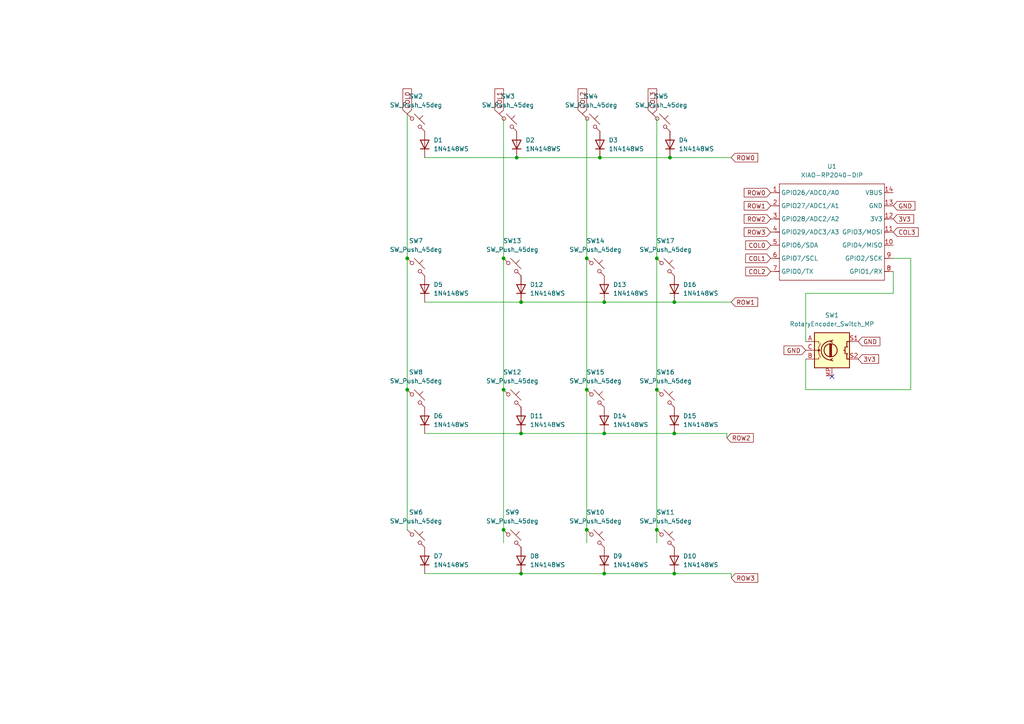
<source format=kicad_sch>
(kicad_sch (version 20250114) (generator "eeschema") (generator_version "9.0")
  (paper "A4")
  (lib_symbols
    (symbol "Device:RotaryEncoder_Switch_MP" (pin_names (offset 0.254) (hide yes))
      (property "Reference" "SW" (at 0 8.89 0))
      (property "Value" "RotaryEncoder_Switch_MP" (at 0 6.35 0))
      (symbol "RotaryEncoder_Switch_MP_0_1"
        (rectangle (start -5.08 5.08) (end 5.08 -5.08) (stroke (width 0.254)) (fill (type background)))
        (polyline (pts (xy -5.08 2.54) (xy -3.81 2.54) (xy -3.81 2.032)))
        (polyline (pts (xy -5.08 0) (xy -3.81 0) (xy -3.81 -1.016) (xy -3.302 -2.032)))
        (polyline (pts (xy -5.08 -2.54) (xy -3.81 -2.54) (xy -3.81 -2.032)))
        (polyline (pts (xy -4.318 0) (xy -3.81 0) (xy -3.81 1.016) (xy -3.302 2.032)))
        (circle (center -3.81 0) (radius 0.254) (fill (type outline)))
        (polyline (pts (xy -0.635 -1.778) (xy -0.635 1.778)) (stroke (width 0.254)))
        (circle (center -0.381 0) (radius 1.905) (stroke (width 0.254)))
        (polyline (pts (xy -0.381 -1.778) (xy -0.381 1.778)) (stroke (width 0.254)))
        (arc (start -0.381 -2.794) (mid -3.0988 -0.0635) (end -0.381 2.667) (stroke (width 0.254)))
        (polyline (pts (xy -0.127 1.778) (xy -0.127 -1.778)) (stroke (width 0.254)))
        (polyline (pts (xy 0.254 2.921) (xy -0.508 2.667) (xy 0.127 2.286)) (stroke (width 0.254)))
        (polyline (pts (xy 0.254 -3.048) (xy -0.508 -2.794) (xy 0.127 -2.413)) (stroke (width 0.254)))
        (polyline (pts (xy 3.81 1.016) (xy 3.81 -1.016)) (stroke (width 0.254)))
        (polyline (pts (xy 3.81 0) (xy 3.429 0)) (stroke (width 0.254)))
        (circle (center 4.318 1.016) (radius 0.127) (stroke (width 0.254)))
        (circle (center 4.318 -1.016) (radius 0.127) (stroke (width 0.254)))
        (polyline (pts (xy 5.08 2.54) (xy 4.318 2.54) (xy 4.318 1.016)) (stroke (width 0.254)))
        (polyline (pts (xy 5.08 -2.54) (xy 4.318 -2.54) (xy 4.318 -1.016)) (stroke (width 0.254)))
      )
      (symbol "RotaryEncoder_Switch_MP_1_1"
        (pin passive line (at -7.62 2.54 0) (length 2.54) (name "A") (number "A"))
        (pin passive line (at -7.62 0 0) (length 2.54) (name "C") (number "C"))
        (pin passive line (at -7.62 -2.54 0) (length 2.54) (name "B") (number "B"))
        (pin passive line (at 0 -7.62 90) (length 2.54) (name "MP") (number "MP"))
        (pin passive line (at 7.62 2.54 180) (length 2.54) (name "S1") (number "S1"))
        (pin passive line (at 7.62 -2.54 180) (length 2.54) (name "S2") (number "S2"))
      )
    )
    (symbol "Diode:1N4148WS" (pin_numbers (hide yes)) (pin_names (hide yes))
      (property "Reference" "D" (at 0 2.54 0))
      (property "Value" "1N4148WS" (at 0 -2.54 0))
      (symbol "1N4148WS_0_1"
        (polyline (pts (xy -1.27 1.27) (xy -1.27 -1.27)) (stroke (width 0.254)))
        (polyline (pts (xy 1.27 1.27) (xy 1.27 -1.27) (xy -1.27 0) (xy 1.27 1.27)) (stroke (width 0.254)))
        (polyline (pts (xy 1.27 0) (xy -1.27 0)))
      )
      (symbol "1N4148WS_1_1"
        (pin passive line (at -3.81 0 0) (length 2.54) (name "K") (number "1"))
        (pin passive line (at 3.81 0 180) (length 2.54) (name "A") (number "2"))
      )
    )
    (symbol "Seeed_Studio_XIAO_Series:XIAO-RP2040-DIP"
      (property "Reference" "U" (at 0 0 0))
      (property "Value" "XIAO-RP2040-DIP" (at 5.334 -1.778 0))
      (symbol "XIAO-RP2040-DIP_1_0"
        (polyline (pts (xy -1.27 -2.54) (xy 29.21 -2.54)) (stroke (width 0.1524)))
        (polyline (pts (xy -1.27 -5.08) (xy -2.54 -5.08)) (stroke (width 0.1524)))
        (polyline (pts (xy -1.27 -5.08) (xy -1.27 -2.54)) (stroke (width 0.1524)))
        (polyline (pts (xy -1.27 -8.89) (xy -2.54 -8.89)) (stroke (width 0.1524)))
        (polyline (pts (xy -1.27 -8.89) (xy -1.27 -5.08)) (stroke (width 0.1524)))
        (polyline (pts (xy -1.27 -12.7) (xy -2.54 -12.7)) (stroke (width 0.1524)))
        (polyline (pts (xy -1.27 -12.7) (xy -1.27 -8.89)) (stroke (width 0.1524)))
        (polyline (pts (xy -1.27 -16.51) (xy -2.54 -16.51)) (stroke (width 0.1524)))
        (polyline (pts (xy -1.27 -16.51) (xy -1.27 -12.7)) (stroke (width 0.1524)))
        (polyline (pts (xy -1.27 -20.32) (xy -2.54 -20.32)) (stroke (width 0.1524)))
        (polyline (pts (xy -1.27 -24.13) (xy -2.54 -24.13)) (stroke (width 0.1524)))
        (polyline (pts (xy -1.27 -27.94) (xy -2.54 -27.94)) (stroke (width 0.1524)))
        (polyline (pts (xy -1.27 -30.48) (xy -1.27 -16.51)) (stroke (width 0.1524)))
        (polyline (pts (xy 29.21 -2.54) (xy 29.21 -5.08)) (stroke (width 0.1524)))
        (polyline (pts (xy 29.21 -5.08) (xy 29.21 -8.89)) (stroke (width 0.1524)))
        (polyline (pts (xy 29.21 -8.89) (xy 29.21 -12.7)) (stroke (width 0.1524)))
        (polyline (pts (xy 29.21 -12.7) (xy 29.21 -30.48)) (stroke (width 0.1524)))
        (polyline (pts (xy 29.21 -30.48) (xy -1.27 -30.48)) (stroke (width 0.1524)))
        (polyline (pts (xy 30.48 -5.08) (xy 29.21 -5.08)) (stroke (width 0.1524)))
        (polyline (pts (xy 30.48 -8.89) (xy 29.21 -8.89)) (stroke (width 0.1524)))
        (polyline (pts (xy 30.48 -12.7) (xy 29.21 -12.7)) (stroke (width 0.1524)))
        (polyline (pts (xy 30.48 -16.51) (xy 29.21 -16.51)) (stroke (width 0.1524)))
        (polyline (pts (xy 30.48 -20.32) (xy 29.21 -20.32)) (stroke (width 0.1524)))
        (polyline (pts (xy 30.48 -24.13) (xy 29.21 -24.13)) (stroke (width 0.1524)))
        (polyline (pts (xy 30.48 -27.94) (xy 29.21 -27.94)) (stroke (width 0.1524)))
        (pin passive line (at -3.81 -5.08 0) (length 2.54) (name "GPIO26/ADC0/A0") (number "1"))
        (pin passive line (at -3.81 -8.89 0) (length 2.54) (name "GPIO27/ADC1/A1") (number "2"))
        (pin passive line (at -3.81 -12.7 0) (length 2.54) (name "GPIO28/ADC2/A2") (number "3"))
        (pin passive line (at -3.81 -16.51 0) (length 2.54) (name "GPIO29/ADC3/A3") (number "4"))
        (pin passive line (at -3.81 -20.32 0) (length 2.54) (name "GPIO6/SDA") (number "5"))
        (pin passive line (at -3.81 -24.13 0) (length 2.54) (name "GPIO7/SCL") (number "6"))
        (pin passive line (at -3.81 -27.94 0) (length 2.54) (name "GPIO0/TX") (number "7"))
        (pin passive line (at 31.75 -5.08 180) (length 2.54) (name "VBUS") (number "14"))
        (pin passive line (at 31.75 -8.89 180) (length 2.54) (name "GND") (number "13"))
        (pin passive line (at 31.75 -12.7 180) (length 2.54) (name "3V3") (number "12"))
        (pin passive line (at 31.75 -16.51 180) (length 2.54) (name "GPIO3/MOSI") (number "11"))
        (pin passive line (at 31.75 -20.32 180) (length 2.54) (name "GPIO4/MISO") (number "10"))
        (pin passive line (at 31.75 -24.13 180) (length 2.54) (name "GPIO2/SCK") (number "9"))
        (pin passive line (at 31.75 -27.94 180) (length 2.54) (name "GPIO1/RX") (number "8"))
      )
    )
    (symbol "Switch:SW_Push_45deg" (pin_numbers (hide yes)) (pin_names (offset 1.016) (hide yes))
      (property "Reference" "SW" (at 3.048 1.016 0))
      (property "Value" "SW_Push_45deg" (at 0 -3.81 0))
      (symbol "SW_Push_45deg_0_1"
        (polyline (pts (xy -2.54 2.54) (xy -1.524 1.524) (xy -1.524 1.524)))
        (circle (center -1.1684 1.1684) (radius 0.508))
        (polyline (pts (xy -0.508 2.54) (xy 2.54 -0.508)))
        (polyline (pts (xy 1.016 1.016) (xy 2.032 2.032)))
        (circle (center 1.143 -1.1938) (radius 0.508))
        (polyline (pts (xy 1.524 -1.524) (xy 2.54 -2.54) (xy 2.54 -2.54) (xy 2.54 -2.54)))
        (pin passive line (at -2.54 2.54 0) (length 0) (name "1") (number "1"))
        (pin passive line (at 2.54 -2.54 180) (length 0) (name "2") (number "2"))
      )
    )
  )
  (junction (at 146.05 153.67))
  (junction (at 146.05 74.93))
  (junction (at 170.18 74.93))
  (junction (at 173.99 45.72))
  (junction (at 170.18 113.03))
  (junction (at 151.13 166.37))
  (junction (at 151.13 125.73))
  (junction (at 190.5 153.67))
  (junction (at 118.11 74.93))
  (junction (at 118.11 113.03))
  (junction (at 170.18 153.67))
  (junction (at 195.58 166.37))
  (junction (at 175.26 125.73))
  (junction (at 175.26 166.37))
  (junction (at 195.58 125.73))
  (junction (at 149.86 45.72))
  (junction (at 190.5 74.93))
  (junction (at 190.5 113.03))
  (junction (at 195.58 87.63))
  (junction (at 146.05 113.03))
  (junction (at 175.26 87.63))
  (junction (at 194.31 45.72))
  (junction (at 151.13 87.63))
  (no_connect (at 241.3 109.22))
  (wire (pts (xy 233.68 113.03) (xy 264.16 113.03)))
  (wire (pts (xy 170.18 113.03) (xy 170.18 153.67)))
  (wire (pts (xy 190.5 74.93) (xy 190.5 113.03)))
  (wire (pts (xy 151.13 166.37) (xy 175.26 166.37)))
  (wire (pts (xy 151.13 125.73) (xy 175.26 125.73)))
  (wire (pts (xy 190.5 34.29) (xy 190.5 74.93)))
  (wire (pts (xy 123.19 87.63) (xy 151.13 87.63)))
  (wire (pts (xy 123.19 45.72) (xy 149.86 45.72)))
  (wire (pts (xy 123.19 166.37) (xy 151.13 166.37)))
  (wire (pts (xy 233.68 99.06) (xy 233.68 85.09)))
  (wire (pts (xy 210.82 125.73) (xy 210.82 127)))
  (wire (pts (xy 170.18 74.93) (xy 170.18 113.03)))
  (wire (pts (xy 175.26 125.73) (xy 195.58 125.73)))
  (wire (pts (xy 259.08 85.09) (xy 259.08 78.74)))
  (wire (pts (xy 146.05 113.03) (xy 146.05 153.67)))
  (wire (pts (xy 170.18 34.29) (xy 170.18 74.93)))
  (wire (pts (xy 195.58 166.37) (xy 212.09 166.37)))
  (wire (pts (xy 149.86 45.72) (xy 173.99 45.72)))
  (wire (pts (xy 195.58 125.73) (xy 210.82 125.73)))
  (wire (pts (xy 233.68 85.09) (xy 259.08 85.09)))
  (wire (pts (xy 212.09 166.37) (xy 212.09 167.64)))
  (wire (pts (xy 146.05 34.29) (xy 146.05 74.93)))
  (wire (pts (xy 190.5 153.67) (xy 190.5 157.48)))
  (wire (pts (xy 194.31 45.72) (xy 212.09 45.72)))
  (wire (pts (xy 175.26 87.63) (xy 195.58 87.63)))
  (wire (pts (xy 118.11 113.03) (xy 118.11 153.67)))
  (wire (pts (xy 259.08 74.93) (xy 264.16 74.93)))
  (wire (pts (xy 233.68 104.14) (xy 233.68 113.03)))
  (wire (pts (xy 118.11 33.02) (xy 118.11 74.93)))
  (wire (pts (xy 190.5 113.03) (xy 190.5 153.67)))
  (wire (pts (xy 123.19 125.73) (xy 151.13 125.73)))
  (wire (pts (xy 173.99 45.72) (xy 194.31 45.72)))
  (wire (pts (xy 175.26 166.37) (xy 195.58 166.37)))
  (wire (pts (xy 146.05 153.67) (xy 146.05 157.48)))
  (wire (pts (xy 195.58 87.63) (xy 212.09 87.63)))
  (wire (pts (xy 146.05 74.93) (xy 146.05 113.03)))
  (wire (pts (xy 264.16 113.03) (xy 264.16 74.93)))
  (wire (pts (xy 170.18 153.67) (xy 170.18 157.48)))
  (wire (pts (xy 151.13 87.63) (xy 175.26 87.63)))
  (wire (pts (xy 118.11 74.93) (xy 118.11 113.03)))
  (global_label "ROW2" (shape input) (at 210.82 127 0) (property "Intersheetrefs" "${INTERSHEET_REFS}" (effects (hide yes))))
  (global_label "COL0" (shape input) (at 223.52 71.12 180) (property "Intersheetrefs" "${INTERSHEET_REFS}" (effects (hide yes))))
  (global_label "ROW1" (shape input) (at 223.52 59.69 180) (property "Intersheetrefs" "${INTERSHEET_REFS}" (effects (hide yes))))
  (global_label "3V3" (shape input) (at 248.92 104.14 0) (property "Intersheetrefs" "${INTERSHEET_REFS}" (effects (hide yes))))
  (global_label "COL2" (shape input) (at 223.52 78.74 180) (property "Intersheetrefs" "${INTERSHEET_REFS}" (effects (hide yes))))
  (global_label "GND" (shape input) (at 259.08 59.69 0) (property "Intersheetrefs" "${INTERSHEET_REFS}" (effects (hide yes))))
  (global_label "COL2" (shape input) (at 168.91 33.02 90) (property "Intersheetrefs" "${INTERSHEET_REFS}" (effects (hide yes))))
  (global_label "COL1" (shape input) (at 144.78 33.02 90) (property "Intersheetrefs" "${INTERSHEET_REFS}" (effects (hide yes))))
  (global_label "GND" (shape input) (at 233.68 101.6 180) (property "Intersheetrefs" "${INTERSHEET_REFS}" (effects (hide yes))))
  (global_label "ROW3" (shape input) (at 223.52 67.31 180) (property "Intersheetrefs" "${INTERSHEET_REFS}" (effects (hide yes))))
  (global_label "ROW0" (shape input) (at 212.09 45.72 0) (property "Intersheetrefs" "${INTERSHEET_REFS}" (effects (hide yes))))
  (global_label "COL0" (shape input) (at 118.11 33.02 90) (property "Intersheetrefs" "${INTERSHEET_REFS}" (effects (hide yes))))
  (global_label "COL1" (shape input) (at 223.52 74.93 180) (property "Intersheetrefs" "${INTERSHEET_REFS}" (effects (hide yes))))
  (global_label "3V3" (shape input) (at 259.08 63.5 0) (property "Intersheetrefs" "${INTERSHEET_REFS}" (effects (hide yes))))
  (global_label "ROW0" (shape input) (at 223.52 55.88 180) (property "Intersheetrefs" "${INTERSHEET_REFS}" (effects (hide yes))))
  (global_label "GND" (shape input) (at 248.92 99.06 0) (property "Intersheetrefs" "${INTERSHEET_REFS}" (effects (hide yes))))
  (global_label "COL3" (shape input) (at 259.08 67.31 0) (property "Intersheetrefs" "${INTERSHEET_REFS}" (effects (hide yes))))
  (global_label "ROW3" (shape input) (at 212.09 167.64 0) (property "Intersheetrefs" "${INTERSHEET_REFS}" (effects (hide yes))))
  (global_label "COL3" (shape input) (at 189.23 33.02 90) (property "Intersheetrefs" "${INTERSHEET_REFS}" (effects (hide yes))))
  (global_label "ROW2" (shape input) (at 223.52 63.5 180) (property "Intersheetrefs" "${INTERSHEET_REFS}" (effects (hide yes))))
  (global_label "ROW1" (shape input) (at 212.09 87.63 0) (property "Intersheetrefs" "${INTERSHEET_REFS}" (effects (hide yes))))
  (symbol (lib_id "Diode:1N4148WS") (at 194.31 41.91 90) (unit 1)
    (property "Reference" "D4" (at 196.85 40.6399 90) (effects (justify right)))
    (property "Value" "1N4148WS" (at 196.85 43.1799 90) (effects (justify right)))
    (property "Footprint" "Diode_SMD:D_SOD-323" (effects (hide yes)))
    (property "Datasheet" "https://www.vishay.com/docs/85751/1n4148ws.pdf" (effects (hide yes)))
    (property "Description" "75V 0.15A Fast switching Diode, SOD-323" (effects (hide yes)))
    (property "Sim.Device" "D" (effects (hide yes)))
    (property "Sim.Pins" "1=K 2=A" (effects (hide yes)))
  )
  (symbol (lib_id "Diode:1N4148WS") (at 151.13 83.82 90) (unit 1)
    (property "Reference" "D12" (at 153.67 82.5499 90) (effects (justify right)))
    (property "Value" "1N4148WS" (at 153.67 85.0899 90) (effects (justify right)))
    (property "Footprint" "Diode_SMD:D_SOD-323" (effects (hide yes)))
    (property "Datasheet" "https://www.vishay.com/docs/85751/1n4148ws.pdf" (effects (hide yes)))
    (property "Description" "75V 0.15A Fast switching Diode, SOD-323" (effects (hide yes)))
    (property "Sim.Device" "D" (effects (hide yes)))
    (property "Sim.Pins" "1=K 2=A" (effects (hide yes)))
  )
  (symbol (lib_id "Switch:SW_Push_45deg") (at 148.59 156.21 0) (unit 1)
    (property "Reference" "SW9" (at 148.59 148.59 0))
    (property "Value" "SW_Push_45deg" (at 148.59 151.13 0))
    (property "Footprint" "Button_Switch_Keyboard:SW_Cherry_MX_1.00u_PCB" (effects (hide yes)))
    (property "Description" "Push button switch, normally open, two pins, 45° tilted" (effects (hide yes)))
  )
  (symbol (lib_id "Diode:1N4148WS") (at 151.13 121.92 90) (unit 1)
    (property "Reference" "D11" (at 153.67 120.6499 90) (effects (justify right)))
    (property "Value" "1N4148WS" (at 153.67 123.1899 90) (effects (justify right)))
    (property "Footprint" "Diode_SMD:D_SOD-323" (effects (hide yes)))
    (property "Datasheet" "https://www.vishay.com/docs/85751/1n4148ws.pdf" (effects (hide yes)))
    (property "Description" "75V 0.15A Fast switching Diode, SOD-323" (effects (hide yes)))
    (property "Sim.Device" "D" (effects (hide yes)))
    (property "Sim.Pins" "1=K 2=A" (effects (hide yes)))
  )
  (symbol (lib_id "Switch:SW_Push_45deg") (at 172.72 77.47 0) (unit 1)
    (property "Reference" "SW14" (at 172.72 69.85 0))
    (property "Value" "SW_Push_45deg" (at 172.72 72.39 0))
    (property "Footprint" "Button_Switch_Keyboard:SW_Cherry_MX_1.75u_PCB" (effects (hide yes)))
    (property "Description" "Push button switch, normally open, two pins, 45° tilted" (effects (hide yes)))
  )
  (symbol (lib_id "Diode:1N4148WS") (at 175.26 121.92 90) (unit 1)
    (property "Reference" "D14" (at 177.8 120.6499 90) (effects (justify right)))
    (property "Value" "1N4148WS" (at 177.8 123.1899 90) (effects (justify right)))
    (property "Footprint" "Diode_SMD:D_SOD-323" (effects (hide yes)))
    (property "Datasheet" "https://www.vishay.com/docs/85751/1n4148ws.pdf" (effects (hide yes)))
    (property "Description" "75V 0.15A Fast switching Diode, SOD-323" (effects (hide yes)))
    (property "Sim.Device" "D" (effects (hide yes)))
    (property "Sim.Pins" "1=K 2=A" (effects (hide yes)))
  )
  (symbol (lib_id "Diode:1N4148WS") (at 173.99 41.91 90) (unit 1)
    (property "Reference" "D3" (at 176.53 40.6399 90) (effects (justify right)))
    (property "Value" "1N4148WS" (at 176.53 43.1799 90) (effects (justify right)))
    (property "Footprint" "Diode_SMD:D_SOD-323" (effects (hide yes)))
    (property "Datasheet" "https://www.vishay.com/docs/85751/1n4148ws.pdf" (effects (hide yes)))
    (property "Description" "75V 0.15A Fast switching Diode, SOD-323" (effects (hide yes)))
    (property "Sim.Device" "D" (effects (hide yes)))
    (property "Sim.Pins" "1=K 2=A" (effects (hide yes)))
  )
  (symbol (lib_id "Switch:SW_Push_45deg") (at 147.32 35.56 0) (unit 1)
    (property "Reference" "SW3" (at 147.32 27.94 0))
    (property "Value" "SW_Push_45deg" (at 147.32 30.48 0))
    (property "Footprint" "Button_Switch_Keyboard:SW_Cherry_MX_2.25u_PCB" (effects (hide yes)))
    (property "Description" "Push button switch, normally open, two pins, 45° tilted" (effects (hide yes)))
  )
  (symbol (lib_id "Switch:SW_Push_45deg") (at 148.59 115.57 0) (unit 1)
    (property "Reference" "SW12" (at 148.59 107.95 0))
    (property "Value" "SW_Push_45deg" (at 148.59 110.49 0))
    (property "Footprint" "Button_Switch_Keyboard:SW_Cherry_MX_1.00u_PCB" (effects (hide yes)))
    (property "Description" "Push button switch, normally open, two pins, 45° tilted" (effects (hide yes)))
  )
  (symbol (lib_id "Diode:1N4148WS") (at 123.19 83.82 90) (unit 1)
    (property "Reference" "D5" (at 125.73 82.5499 90) (effects (justify right)))
    (property "Value" "1N4148WS" (at 125.73 85.0899 90) (effects (justify right)))
    (property "Footprint" "Diode_SMD:D_SOD-323" (effects (hide yes)))
    (property "Datasheet" "https://www.vishay.com/docs/85751/1n4148ws.pdf" (effects (hide yes)))
    (property "Description" "75V 0.15A Fast switching Diode, SOD-323" (effects (hide yes)))
    (property "Sim.Device" "D" (effects (hide yes)))
    (property "Sim.Pins" "1=K 2=A" (effects (hide yes)))
  )
  (symbol (lib_id "Diode:1N4148WS") (at 123.19 41.91 90) (unit 1)
    (property "Reference" "D1" (at 125.73 40.6399 90) (effects (justify right)))
    (property "Value" "1N4148WS" (at 125.73 43.1799 90) (effects (justify right)))
    (property "Footprint" "Diode_SMD:D_SOD-323" (effects (hide yes)))
    (property "Datasheet" "https://www.vishay.com/docs/85751/1n4148ws.pdf" (effects (hide yes)))
    (property "Description" "75V 0.15A Fast switching Diode, SOD-323" (effects (hide yes)))
    (property "Sim.Device" "D" (effects (hide yes)))
    (property "Sim.Pins" "1=K 2=A" (effects (hide yes)))
  )
  (symbol (lib_id "Seeed_Studio_XIAO_Series:XIAO-RP2040-DIP") (at 227.33 50.8 0) (unit 1)
    (property "Reference" "U1" (at 241.3 48.26 0))
    (property "Value" "XIAO-RP2040-DIP" (at 241.3 50.8 0))
    (property "Footprint" "Seeed Studio XIAO Series Library:XIAO-RP2040-DIP" (effects (hide yes)))
  )
  (symbol (lib_id "Switch:SW_Push_45deg") (at 171.45 35.56 0) (unit 1)
    (property "Reference" "SW4" (at 171.45 27.94 0))
    (property "Value" "SW_Push_45deg" (at 171.45 30.48 0))
    (property "Footprint" "Button_Switch_Keyboard:SW_Cherry_MX_1.00u_PCB" (effects (hide yes)))
    (property "Description" "Push button switch, normally open, two pins, 45° tilted" (effects (hide yes)))
  )
  (symbol (lib_id "Switch:SW_Push_45deg") (at 120.65 35.56 0) (unit 1)
    (property "Reference" "SW2" (at 120.65 27.94 0))
    (property "Value" "SW_Push_45deg" (at 120.65 30.48 0))
    (property "Footprint" "Button_Switch_Keyboard:SW_Cherry_MX_2.25u_PCB" (effects (hide yes)))
    (property "Description" "Push button switch, normally open, two pins, 45° tilted" (effects (hide yes)))
  )
  (symbol (lib_id "Switch:SW_Push_45deg") (at 193.04 77.47 0) (unit 1)
    (property "Reference" "SW17" (at 193.04 69.85 0))
    (property "Value" "SW_Push_45deg" (at 193.04 72.39 0))
    (property "Footprint" "Button_Switch_Keyboard:SW_Cherry_MX_1.00u_PCB" (effects (hide yes)))
    (property "Description" "Push button switch, normally open, two pins, 45° tilted" (effects (hide yes)))
  )
  (symbol (lib_id "Switch:SW_Push_45deg") (at 148.59 77.47 0) (unit 1)
    (property "Reference" "SW13" (at 148.59 69.85 0))
    (property "Value" "SW_Push_45deg" (at 148.59 72.39 0))
    (property "Footprint" "Button_Switch_Keyboard:SW_Cherry_MX_1.00u_PCB" (effects (hide yes)))
    (property "Description" "Push button switch, normally open, two pins, 45° tilted" (effects (hide yes)))
  )
  (symbol (lib_id "Diode:1N4148WS") (at 195.58 83.82 90) (unit 1)
    (property "Reference" "D16" (at 198.12 82.5499 90) (effects (justify right)))
    (property "Value" "1N4148WS" (at 198.12 85.0899 90) (effects (justify right)))
    (property "Footprint" "Diode_SMD:D_SOD-323" (effects (hide yes)))
    (property "Datasheet" "https://www.vishay.com/docs/85751/1n4148ws.pdf" (effects (hide yes)))
    (property "Description" "75V 0.15A Fast switching Diode, SOD-323" (effects (hide yes)))
    (property "Sim.Device" "D" (effects (hide yes)))
    (property "Sim.Pins" "1=K 2=A" (effects (hide yes)))
  )
  (symbol (lib_id "Switch:SW_Push_45deg") (at 191.77 35.56 0) (unit 1)
    (property "Reference" "SW5" (at 191.77 27.94 0))
    (property "Value" "SW_Push_45deg" (at 191.77 30.48 0))
    (property "Footprint" "Button_Switch_Keyboard:SW_Cherry_MX_1.00u_PCB" (effects (hide yes)))
    (property "Description" "Push button switch, normally open, two pins, 45° tilted" (effects (hide yes)))
  )
  (symbol (lib_id "Switch:SW_Push_45deg") (at 172.72 156.21 0) (unit 1)
    (property "Reference" "SW10" (at 172.72 148.59 0))
    (property "Value" "SW_Push_45deg" (at 172.72 151.13 0))
    (property "Footprint" "Button_Switch_Keyboard:SW_Cherry_MX_1.00u_PCB" (effects (hide yes)))
    (property "Description" "Push button switch, normally open, two pins, 45° tilted" (effects (hide yes)))
  )
  (symbol (lib_id "Diode:1N4148WS") (at 195.58 162.56 90) (unit 1)
    (property "Reference" "D10" (at 198.12 161.2899 90) (effects (justify right)))
    (property "Value" "1N4148WS" (at 198.12 163.8299 90) (effects (justify right)))
    (property "Footprint" "Diode_SMD:D_SOD-323" (effects (hide yes)))
    (property "Datasheet" "https://www.vishay.com/docs/85751/1n4148ws.pdf" (effects (hide yes)))
    (property "Description" "75V 0.15A Fast switching Diode, SOD-323" (effects (hide yes)))
    (property "Sim.Device" "D" (effects (hide yes)))
    (property "Sim.Pins" "1=K 2=A" (effects (hide yes)))
  )
  (symbol (lib_id "Switch:SW_Push_45deg") (at 120.65 115.57 0) (unit 1)
    (property "Reference" "SW8" (at 120.65 107.95 0))
    (property "Value" "SW_Push_45deg" (at 120.65 110.49 0))
    (property "Footprint" "Button_Switch_Keyboard:SW_Cherry_MX_1.00u_PCB" (effects (hide yes)))
    (property "Description" "Push button switch, normally open, two pins, 45° tilted" (effects (hide yes)))
  )
  (symbol (lib_id "Switch:SW_Push_45deg") (at 120.65 77.47 0) (unit 1)
    (property "Reference" "SW7" (at 120.65 69.85 0))
    (property "Value" "SW_Push_45deg" (at 120.65 72.39 0))
    (property "Footprint" "Button_Switch_Keyboard:SW_Cherry_MX_1.00u_PCB" (effects (hide yes)))
    (property "Description" "Push button switch, normally open, two pins, 45° tilted" (effects (hide yes)))
  )
  (symbol (lib_id "Diode:1N4148WS") (at 175.26 162.56 90) (unit 1)
    (property "Reference" "D9" (at 177.8 161.2899 90) (effects (justify right)))
    (property "Value" "1N4148WS" (at 177.8 163.8299 90) (effects (justify right)))
    (property "Footprint" "Diode_SMD:D_SOD-323" (effects (hide yes)))
    (property "Datasheet" "https://www.vishay.com/docs/85751/1n4148ws.pdf" (effects (hide yes)))
    (property "Description" "75V 0.15A Fast switching Diode, SOD-323" (effects (hide yes)))
    (property "Sim.Device" "D" (effects (hide yes)))
    (property "Sim.Pins" "1=K 2=A" (effects (hide yes)))
  )
  (symbol (lib_id "Switch:SW_Push_45deg") (at 172.72 115.57 0) (unit 1)
    (property "Reference" "SW15" (at 172.72 107.95 0))
    (property "Value" "SW_Push_45deg" (at 172.72 110.49 0))
    (property "Footprint" "Button_Switch_Keyboard:SW_Cherry_MX_1.00u_PCB" (effects (hide yes)))
    (property "Description" "Push button switch, normally open, two pins, 45° tilted" (effects (hide yes)))
  )
  (symbol (lib_id "Diode:1N4148WS") (at 195.58 121.92 90) (unit 1)
    (property "Reference" "D15" (at 198.12 120.6499 90) (effects (justify right)))
    (property "Value" "1N4148WS" (at 198.12 123.1899 90) (effects (justify right)))
    (property "Footprint" "Diode_SMD:D_SOD-323" (effects (hide yes)))
    (property "Datasheet" "https://www.vishay.com/docs/85751/1n4148ws.pdf" (effects (hide yes)))
    (property "Description" "75V 0.15A Fast switching Diode, SOD-323" (effects (hide yes)))
    (property "Sim.Device" "D" (effects (hide yes)))
    (property "Sim.Pins" "1=K 2=A" (effects (hide yes)))
  )
  (symbol (lib_id "Switch:SW_Push_45deg") (at 120.65 156.21 0) (unit 1)
    (property "Reference" "SW6" (at 120.65 148.59 0))
    (property "Value" "SW_Push_45deg" (at 120.65 151.13 0))
    (property "Footprint" "Button_Switch_Keyboard:SW_Cherry_MX_1.00u_PCB" (effects (hide yes)))
    (property "Description" "Push button switch, normally open, two pins, 45° tilted" (effects (hide yes)))
  )
  (symbol (lib_id "Diode:1N4148WS") (at 149.86 41.91 90) (unit 1)
    (property "Reference" "D2" (at 152.4 40.6399 90) (effects (justify right)))
    (property "Value" "1N4148WS" (at 152.4 43.1799 90) (effects (justify right)))
    (property "Footprint" "Diode_SMD:D_SOD-323" (effects (hide yes)))
    (property "Datasheet" "https://www.vishay.com/docs/85751/1n4148ws.pdf" (effects (hide yes)))
    (property "Description" "75V 0.15A Fast switching Diode, SOD-323" (effects (hide yes)))
    (property "Sim.Device" "D" (effects (hide yes)))
    (property "Sim.Pins" "1=K 2=A" (effects (hide yes)))
  )
  (symbol (lib_id "Switch:SW_Push_45deg") (at 193.04 115.57 0) (unit 1)
    (property "Reference" "SW16" (at 193.04 107.95 0))
    (property "Value" "SW_Push_45deg" (at 193.04 110.49 0))
    (property "Footprint" "Button_Switch_Keyboard:SW_Cherry_MX_1.00u_PCB" (effects (hide yes)))
    (property "Description" "Push button switch, normally open, two pins, 45° tilted" (effects (hide yes)))
  )
  (symbol (lib_id "Diode:1N4148WS") (at 123.19 162.56 90) (unit 1)
    (property "Reference" "D7" (at 125.73 161.2899 90) (effects (justify right)))
    (property "Value" "1N4148WS" (at 125.73 163.8299 90) (effects (justify right)))
    (property "Footprint" "Diode_SMD:D_SOD-323" (effects (hide yes)))
    (property "Datasheet" "https://www.vishay.com/docs/85751/1n4148ws.pdf" (effects (hide yes)))
    (property "Description" "75V 0.15A Fast switching Diode, SOD-323" (effects (hide yes)))
    (property "Sim.Device" "D" (effects (hide yes)))
    (property "Sim.Pins" "1=K 2=A" (effects (hide yes)))
  )
  (symbol (lib_id "Switch:SW_Push_45deg") (at 193.04 156.21 0) (unit 1)
    (property "Reference" "SW11" (at 193.04 148.59 0))
    (property "Value" "SW_Push_45deg" (at 193.04 151.13 0))
    (property "Footprint" "Button_Switch_Keyboard:SW_Cherry_MX_1.00u_PCB" (effects (hide yes)))
    (property "Description" "Push button switch, normally open, two pins, 45° tilted" (effects (hide yes)))
  )
  (symbol (lib_id "Diode:1N4148WS") (at 123.19 121.92 90) (unit 1)
    (property "Reference" "D6" (at 125.73 120.6499 90) (effects (justify right)))
    (property "Value" "1N4148WS" (at 125.73 123.1899 90) (effects (justify right)))
    (property "Footprint" "Diode_SMD:D_SOD-323" (effects (hide yes)))
    (property "Datasheet" "https://www.vishay.com/docs/85751/1n4148ws.pdf" (effects (hide yes)))
    (property "Description" "75V 0.15A Fast switching Diode, SOD-323" (effects (hide yes)))
    (property "Sim.Device" "D" (effects (hide yes)))
    (property "Sim.Pins" "1=K 2=A" (effects (hide yes)))
  )
  (symbol (lib_id "Device:RotaryEncoder_Switch_MP") (at 241.3 101.6 0) (unit 1)
    (property "Reference" "SW1" (at 241.3 91.44 0))
    (property "Value" "RotaryEncoder_Switch_MP" (at 241.3 93.98 0))
    (property "Footprint" "Rotary_Encoder:RotaryEncoder_Alps_EC11E-Switch_Vertical_H20mm_MountingHoles" (effects (hide yes)))
    (property "Description" "Rotary encoder, dual channel, incremental quadrate outputs, with switch and MP Pin" (effects (hide yes)))
  )
  (symbol (lib_id "Diode:1N4148WS") (at 151.13 162.56 90) (unit 1)
    (property "Reference" "D8" (at 153.67 161.2899 90) (effects (justify right)))
    (property "Value" "1N4148WS" (at 153.67 163.8299 90) (effects (justify right)))
    (property "Footprint" "Diode_SMD:D_SOD-323" (effects (hide yes)))
    (property "Datasheet" "https://www.vishay.com/docs/85751/1n4148ws.pdf" (effects (hide yes)))
    (property "Description" "75V 0.15A Fast switching Diode, SOD-323" (effects (hide yes)))
    (property "Sim.Device" "D" (effects (hide yes)))
    (property "Sim.Pins" "1=K 2=A" (effects (hide yes)))
  )
  (symbol (lib_id "Diode:1N4148WS") (at 175.26 83.82 90) (unit 1)
    (property "Reference" "D13" (at 177.8 82.5499 90) (effects (justify right)))
    (property "Value" "1N4148WS" (at 177.8 85.0899 90) (effects (justify right)))
    (property "Footprint" "Diode_SMD:D_SOD-323" (effects (hide yes)))
    (property "Datasheet" "https://www.vishay.com/docs/85751/1n4148ws.pdf" (effects (hide yes)))
    (property "Description" "75V 0.15A Fast switching Diode, SOD-323" (effects (hide yes)))
    (property "Sim.Device" "D" (effects (hide yes)))
    (property "Sim.Pins" "1=K 2=A" (effects (hide yes)))
  )
)
</source>
